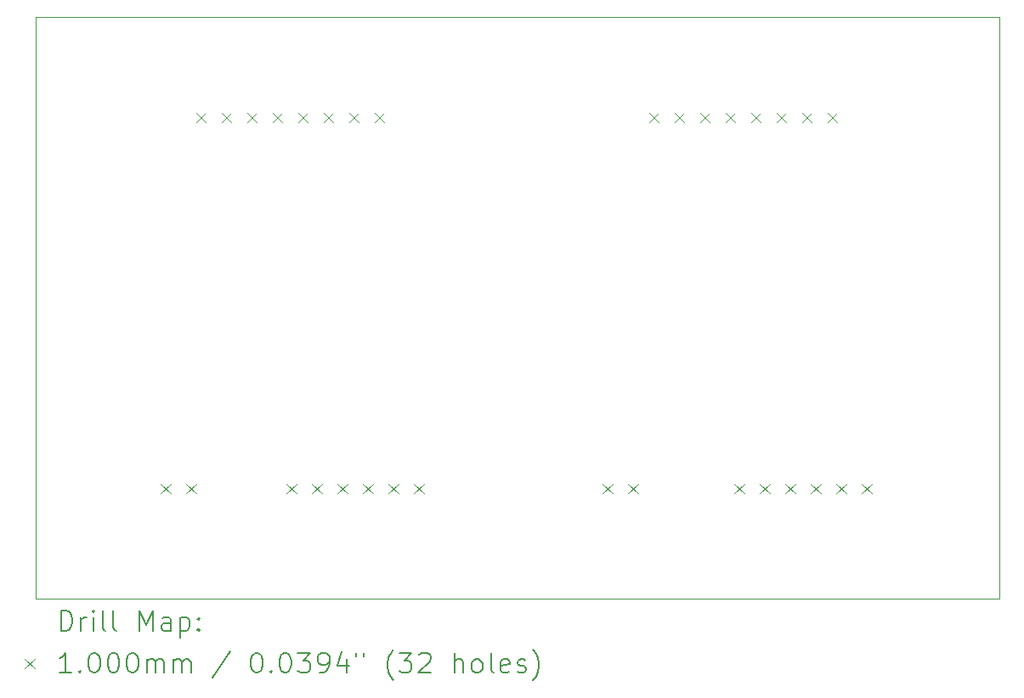
<source format=gbr>
%FSLAX45Y45*%
G04 Gerber Fmt 4.5, Leading zero omitted, Abs format (unit mm)*
G04 Created by KiCad (PCBNEW (6.0.1)) date 2023-03-29 19:46:21*
%MOMM*%
%LPD*%
G01*
G04 APERTURE LIST*
%TA.AperFunction,Profile*%
%ADD10C,0.100000*%
%TD*%
%ADD11C,0.200000*%
%ADD12C,0.100000*%
G04 APERTURE END LIST*
D10*
X7550000Y-9300000D02*
X7550000Y-3500000D01*
X17150000Y-3500000D02*
X17150000Y-9300000D01*
X7550000Y-3500000D02*
X17150000Y-3500000D01*
X17150000Y-9300000D02*
X7550000Y-9300000D01*
D11*
D12*
X8800000Y-8150000D02*
X8900000Y-8250000D01*
X8900000Y-8150000D02*
X8800000Y-8250000D01*
X9054000Y-8150000D02*
X9154000Y-8250000D01*
X9154000Y-8150000D02*
X9054000Y-8250000D01*
X9150000Y-4450000D02*
X9250000Y-4550000D01*
X9250000Y-4450000D02*
X9150000Y-4550000D01*
X9404000Y-4450000D02*
X9504000Y-4550000D01*
X9504000Y-4450000D02*
X9404000Y-4550000D01*
X9658000Y-4450000D02*
X9758000Y-4550000D01*
X9758000Y-4450000D02*
X9658000Y-4550000D01*
X9912000Y-4450000D02*
X10012000Y-4550000D01*
X10012000Y-4450000D02*
X9912000Y-4550000D01*
X10050000Y-8150000D02*
X10150000Y-8250000D01*
X10150000Y-8150000D02*
X10050000Y-8250000D01*
X10166000Y-4450000D02*
X10266000Y-4550000D01*
X10266000Y-4450000D02*
X10166000Y-4550000D01*
X10304000Y-8150000D02*
X10404000Y-8250000D01*
X10404000Y-8150000D02*
X10304000Y-8250000D01*
X10420000Y-4450000D02*
X10520000Y-4550000D01*
X10520000Y-4450000D02*
X10420000Y-4550000D01*
X10558000Y-8150000D02*
X10658000Y-8250000D01*
X10658000Y-8150000D02*
X10558000Y-8250000D01*
X10674000Y-4450000D02*
X10774000Y-4550000D01*
X10774000Y-4450000D02*
X10674000Y-4550000D01*
X10812000Y-8150000D02*
X10912000Y-8250000D01*
X10912000Y-8150000D02*
X10812000Y-8250000D01*
X10928000Y-4450000D02*
X11028000Y-4550000D01*
X11028000Y-4450000D02*
X10928000Y-4550000D01*
X11066000Y-8150000D02*
X11166000Y-8250000D01*
X11166000Y-8150000D02*
X11066000Y-8250000D01*
X11320000Y-8150000D02*
X11420000Y-8250000D01*
X11420000Y-8150000D02*
X11320000Y-8250000D01*
X13200000Y-8150000D02*
X13300000Y-8250000D01*
X13300000Y-8150000D02*
X13200000Y-8250000D01*
X13454000Y-8150000D02*
X13554000Y-8250000D01*
X13554000Y-8150000D02*
X13454000Y-8250000D01*
X13662500Y-4450000D02*
X13762500Y-4550000D01*
X13762500Y-4450000D02*
X13662500Y-4550000D01*
X13916500Y-4450000D02*
X14016500Y-4550000D01*
X14016500Y-4450000D02*
X13916500Y-4550000D01*
X14170500Y-4450000D02*
X14270500Y-4550000D01*
X14270500Y-4450000D02*
X14170500Y-4550000D01*
X14424500Y-4450000D02*
X14524500Y-4550000D01*
X14524500Y-4450000D02*
X14424500Y-4550000D01*
X14515000Y-8150000D02*
X14615000Y-8250000D01*
X14615000Y-8150000D02*
X14515000Y-8250000D01*
X14678500Y-4450000D02*
X14778500Y-4550000D01*
X14778500Y-4450000D02*
X14678500Y-4550000D01*
X14769000Y-8150000D02*
X14869000Y-8250000D01*
X14869000Y-8150000D02*
X14769000Y-8250000D01*
X14932500Y-4450000D02*
X15032500Y-4550000D01*
X15032500Y-4450000D02*
X14932500Y-4550000D01*
X15023000Y-8150000D02*
X15123000Y-8250000D01*
X15123000Y-8150000D02*
X15023000Y-8250000D01*
X15186500Y-4450000D02*
X15286500Y-4550000D01*
X15286500Y-4450000D02*
X15186500Y-4550000D01*
X15277000Y-8150000D02*
X15377000Y-8250000D01*
X15377000Y-8150000D02*
X15277000Y-8250000D01*
X15440500Y-4450000D02*
X15540500Y-4550000D01*
X15540500Y-4450000D02*
X15440500Y-4550000D01*
X15531000Y-8150000D02*
X15631000Y-8250000D01*
X15631000Y-8150000D02*
X15531000Y-8250000D01*
X15785000Y-8150000D02*
X15885000Y-8250000D01*
X15885000Y-8150000D02*
X15785000Y-8250000D01*
D11*
X7802619Y-9615476D02*
X7802619Y-9415476D01*
X7850238Y-9415476D01*
X7878809Y-9425000D01*
X7897857Y-9444048D01*
X7907381Y-9463095D01*
X7916905Y-9501190D01*
X7916905Y-9529762D01*
X7907381Y-9567857D01*
X7897857Y-9586905D01*
X7878809Y-9605952D01*
X7850238Y-9615476D01*
X7802619Y-9615476D01*
X8002619Y-9615476D02*
X8002619Y-9482143D01*
X8002619Y-9520238D02*
X8012143Y-9501190D01*
X8021667Y-9491667D01*
X8040714Y-9482143D01*
X8059762Y-9482143D01*
X8126428Y-9615476D02*
X8126428Y-9482143D01*
X8126428Y-9415476D02*
X8116905Y-9425000D01*
X8126428Y-9434524D01*
X8135952Y-9425000D01*
X8126428Y-9415476D01*
X8126428Y-9434524D01*
X8250238Y-9615476D02*
X8231190Y-9605952D01*
X8221667Y-9586905D01*
X8221667Y-9415476D01*
X8355000Y-9615476D02*
X8335952Y-9605952D01*
X8326428Y-9586905D01*
X8326428Y-9415476D01*
X8583571Y-9615476D02*
X8583571Y-9415476D01*
X8650238Y-9558333D01*
X8716905Y-9415476D01*
X8716905Y-9615476D01*
X8897857Y-9615476D02*
X8897857Y-9510714D01*
X8888333Y-9491667D01*
X8869286Y-9482143D01*
X8831190Y-9482143D01*
X8812143Y-9491667D01*
X8897857Y-9605952D02*
X8878810Y-9615476D01*
X8831190Y-9615476D01*
X8812143Y-9605952D01*
X8802619Y-9586905D01*
X8802619Y-9567857D01*
X8812143Y-9548810D01*
X8831190Y-9539286D01*
X8878810Y-9539286D01*
X8897857Y-9529762D01*
X8993095Y-9482143D02*
X8993095Y-9682143D01*
X8993095Y-9491667D02*
X9012143Y-9482143D01*
X9050238Y-9482143D01*
X9069286Y-9491667D01*
X9078810Y-9501190D01*
X9088333Y-9520238D01*
X9088333Y-9577381D01*
X9078810Y-9596429D01*
X9069286Y-9605952D01*
X9050238Y-9615476D01*
X9012143Y-9615476D01*
X8993095Y-9605952D01*
X9174048Y-9596429D02*
X9183571Y-9605952D01*
X9174048Y-9615476D01*
X9164524Y-9605952D01*
X9174048Y-9596429D01*
X9174048Y-9615476D01*
X9174048Y-9491667D02*
X9183571Y-9501190D01*
X9174048Y-9510714D01*
X9164524Y-9501190D01*
X9174048Y-9491667D01*
X9174048Y-9510714D01*
D12*
X7445000Y-9895000D02*
X7545000Y-9995000D01*
X7545000Y-9895000D02*
X7445000Y-9995000D01*
D11*
X7907381Y-10035476D02*
X7793095Y-10035476D01*
X7850238Y-10035476D02*
X7850238Y-9835476D01*
X7831190Y-9864048D01*
X7812143Y-9883095D01*
X7793095Y-9892619D01*
X7993095Y-10016429D02*
X8002619Y-10025952D01*
X7993095Y-10035476D01*
X7983571Y-10025952D01*
X7993095Y-10016429D01*
X7993095Y-10035476D01*
X8126428Y-9835476D02*
X8145476Y-9835476D01*
X8164524Y-9845000D01*
X8174048Y-9854524D01*
X8183571Y-9873571D01*
X8193095Y-9911667D01*
X8193095Y-9959286D01*
X8183571Y-9997381D01*
X8174048Y-10016429D01*
X8164524Y-10025952D01*
X8145476Y-10035476D01*
X8126428Y-10035476D01*
X8107381Y-10025952D01*
X8097857Y-10016429D01*
X8088333Y-9997381D01*
X8078809Y-9959286D01*
X8078809Y-9911667D01*
X8088333Y-9873571D01*
X8097857Y-9854524D01*
X8107381Y-9845000D01*
X8126428Y-9835476D01*
X8316905Y-9835476D02*
X8335952Y-9835476D01*
X8355000Y-9845000D01*
X8364524Y-9854524D01*
X8374048Y-9873571D01*
X8383571Y-9911667D01*
X8383571Y-9959286D01*
X8374048Y-9997381D01*
X8364524Y-10016429D01*
X8355000Y-10025952D01*
X8335952Y-10035476D01*
X8316905Y-10035476D01*
X8297857Y-10025952D01*
X8288333Y-10016429D01*
X8278809Y-9997381D01*
X8269286Y-9959286D01*
X8269286Y-9911667D01*
X8278809Y-9873571D01*
X8288333Y-9854524D01*
X8297857Y-9845000D01*
X8316905Y-9835476D01*
X8507381Y-9835476D02*
X8526429Y-9835476D01*
X8545476Y-9845000D01*
X8555000Y-9854524D01*
X8564524Y-9873571D01*
X8574048Y-9911667D01*
X8574048Y-9959286D01*
X8564524Y-9997381D01*
X8555000Y-10016429D01*
X8545476Y-10025952D01*
X8526429Y-10035476D01*
X8507381Y-10035476D01*
X8488333Y-10025952D01*
X8478810Y-10016429D01*
X8469286Y-9997381D01*
X8459762Y-9959286D01*
X8459762Y-9911667D01*
X8469286Y-9873571D01*
X8478810Y-9854524D01*
X8488333Y-9845000D01*
X8507381Y-9835476D01*
X8659762Y-10035476D02*
X8659762Y-9902143D01*
X8659762Y-9921190D02*
X8669286Y-9911667D01*
X8688333Y-9902143D01*
X8716905Y-9902143D01*
X8735952Y-9911667D01*
X8745476Y-9930714D01*
X8745476Y-10035476D01*
X8745476Y-9930714D02*
X8755000Y-9911667D01*
X8774048Y-9902143D01*
X8802619Y-9902143D01*
X8821667Y-9911667D01*
X8831190Y-9930714D01*
X8831190Y-10035476D01*
X8926429Y-10035476D02*
X8926429Y-9902143D01*
X8926429Y-9921190D02*
X8935952Y-9911667D01*
X8955000Y-9902143D01*
X8983571Y-9902143D01*
X9002619Y-9911667D01*
X9012143Y-9930714D01*
X9012143Y-10035476D01*
X9012143Y-9930714D02*
X9021667Y-9911667D01*
X9040714Y-9902143D01*
X9069286Y-9902143D01*
X9088333Y-9911667D01*
X9097857Y-9930714D01*
X9097857Y-10035476D01*
X9488333Y-9825952D02*
X9316905Y-10083095D01*
X9745476Y-9835476D02*
X9764524Y-9835476D01*
X9783571Y-9845000D01*
X9793095Y-9854524D01*
X9802619Y-9873571D01*
X9812143Y-9911667D01*
X9812143Y-9959286D01*
X9802619Y-9997381D01*
X9793095Y-10016429D01*
X9783571Y-10025952D01*
X9764524Y-10035476D01*
X9745476Y-10035476D01*
X9726429Y-10025952D01*
X9716905Y-10016429D01*
X9707381Y-9997381D01*
X9697857Y-9959286D01*
X9697857Y-9911667D01*
X9707381Y-9873571D01*
X9716905Y-9854524D01*
X9726429Y-9845000D01*
X9745476Y-9835476D01*
X9897857Y-10016429D02*
X9907381Y-10025952D01*
X9897857Y-10035476D01*
X9888333Y-10025952D01*
X9897857Y-10016429D01*
X9897857Y-10035476D01*
X10031190Y-9835476D02*
X10050238Y-9835476D01*
X10069286Y-9845000D01*
X10078810Y-9854524D01*
X10088333Y-9873571D01*
X10097857Y-9911667D01*
X10097857Y-9959286D01*
X10088333Y-9997381D01*
X10078810Y-10016429D01*
X10069286Y-10025952D01*
X10050238Y-10035476D01*
X10031190Y-10035476D01*
X10012143Y-10025952D01*
X10002619Y-10016429D01*
X9993095Y-9997381D01*
X9983571Y-9959286D01*
X9983571Y-9911667D01*
X9993095Y-9873571D01*
X10002619Y-9854524D01*
X10012143Y-9845000D01*
X10031190Y-9835476D01*
X10164524Y-9835476D02*
X10288333Y-9835476D01*
X10221667Y-9911667D01*
X10250238Y-9911667D01*
X10269286Y-9921190D01*
X10278810Y-9930714D01*
X10288333Y-9949762D01*
X10288333Y-9997381D01*
X10278810Y-10016429D01*
X10269286Y-10025952D01*
X10250238Y-10035476D01*
X10193095Y-10035476D01*
X10174048Y-10025952D01*
X10164524Y-10016429D01*
X10383571Y-10035476D02*
X10421667Y-10035476D01*
X10440714Y-10025952D01*
X10450238Y-10016429D01*
X10469286Y-9987857D01*
X10478810Y-9949762D01*
X10478810Y-9873571D01*
X10469286Y-9854524D01*
X10459762Y-9845000D01*
X10440714Y-9835476D01*
X10402619Y-9835476D01*
X10383571Y-9845000D01*
X10374048Y-9854524D01*
X10364524Y-9873571D01*
X10364524Y-9921190D01*
X10374048Y-9940238D01*
X10383571Y-9949762D01*
X10402619Y-9959286D01*
X10440714Y-9959286D01*
X10459762Y-9949762D01*
X10469286Y-9940238D01*
X10478810Y-9921190D01*
X10650238Y-9902143D02*
X10650238Y-10035476D01*
X10602619Y-9825952D02*
X10555000Y-9968810D01*
X10678810Y-9968810D01*
X10745476Y-9835476D02*
X10745476Y-9873571D01*
X10821667Y-9835476D02*
X10821667Y-9873571D01*
X11116905Y-10111667D02*
X11107381Y-10102143D01*
X11088333Y-10073571D01*
X11078810Y-10054524D01*
X11069286Y-10025952D01*
X11059762Y-9978333D01*
X11059762Y-9940238D01*
X11069286Y-9892619D01*
X11078810Y-9864048D01*
X11088333Y-9845000D01*
X11107381Y-9816429D01*
X11116905Y-9806905D01*
X11174048Y-9835476D02*
X11297857Y-9835476D01*
X11231190Y-9911667D01*
X11259762Y-9911667D01*
X11278809Y-9921190D01*
X11288333Y-9930714D01*
X11297857Y-9949762D01*
X11297857Y-9997381D01*
X11288333Y-10016429D01*
X11278809Y-10025952D01*
X11259762Y-10035476D01*
X11202619Y-10035476D01*
X11183571Y-10025952D01*
X11174048Y-10016429D01*
X11374048Y-9854524D02*
X11383571Y-9845000D01*
X11402619Y-9835476D01*
X11450238Y-9835476D01*
X11469286Y-9845000D01*
X11478809Y-9854524D01*
X11488333Y-9873571D01*
X11488333Y-9892619D01*
X11478809Y-9921190D01*
X11364524Y-10035476D01*
X11488333Y-10035476D01*
X11726428Y-10035476D02*
X11726428Y-9835476D01*
X11812143Y-10035476D02*
X11812143Y-9930714D01*
X11802619Y-9911667D01*
X11783571Y-9902143D01*
X11755000Y-9902143D01*
X11735952Y-9911667D01*
X11726428Y-9921190D01*
X11935952Y-10035476D02*
X11916905Y-10025952D01*
X11907381Y-10016429D01*
X11897857Y-9997381D01*
X11897857Y-9940238D01*
X11907381Y-9921190D01*
X11916905Y-9911667D01*
X11935952Y-9902143D01*
X11964524Y-9902143D01*
X11983571Y-9911667D01*
X11993095Y-9921190D01*
X12002619Y-9940238D01*
X12002619Y-9997381D01*
X11993095Y-10016429D01*
X11983571Y-10025952D01*
X11964524Y-10035476D01*
X11935952Y-10035476D01*
X12116905Y-10035476D02*
X12097857Y-10025952D01*
X12088333Y-10006905D01*
X12088333Y-9835476D01*
X12269286Y-10025952D02*
X12250238Y-10035476D01*
X12212143Y-10035476D01*
X12193095Y-10025952D01*
X12183571Y-10006905D01*
X12183571Y-9930714D01*
X12193095Y-9911667D01*
X12212143Y-9902143D01*
X12250238Y-9902143D01*
X12269286Y-9911667D01*
X12278809Y-9930714D01*
X12278809Y-9949762D01*
X12183571Y-9968810D01*
X12355000Y-10025952D02*
X12374048Y-10035476D01*
X12412143Y-10035476D01*
X12431190Y-10025952D01*
X12440714Y-10006905D01*
X12440714Y-9997381D01*
X12431190Y-9978333D01*
X12412143Y-9968810D01*
X12383571Y-9968810D01*
X12364524Y-9959286D01*
X12355000Y-9940238D01*
X12355000Y-9930714D01*
X12364524Y-9911667D01*
X12383571Y-9902143D01*
X12412143Y-9902143D01*
X12431190Y-9911667D01*
X12507381Y-10111667D02*
X12516905Y-10102143D01*
X12535952Y-10073571D01*
X12545476Y-10054524D01*
X12555000Y-10025952D01*
X12564524Y-9978333D01*
X12564524Y-9940238D01*
X12555000Y-9892619D01*
X12545476Y-9864048D01*
X12535952Y-9845000D01*
X12516905Y-9816429D01*
X12507381Y-9806905D01*
M02*

</source>
